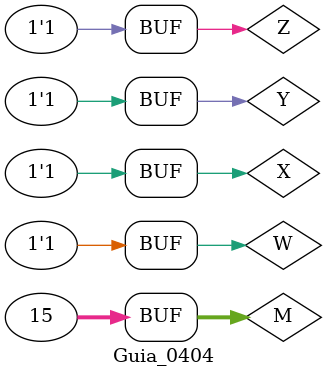
<source format=v>

module PoS (output S, input X, input Y, input W, input Z); // MAXTERMOS
    //  F (X,Y,W,Z) = π M ( 1, 2, 4, 7, 8, 9, 15 ) 
    assign S = (X| Y| W| ~Z) & (X| Y| ~W| Z) & ( X| ~Y| W| Z) & ( X| ~Y| ~W| ~Z) & 
               (~X| Y| W| Z) & ( ~X| Y| W| ~Z) & (~X| ~Y|~W| ~Z);
endmodule // PoS

module Guia_0404;
    reg X, Y, W, Z;
    wire S;
    integer M;

    // instancias
    PoS pos (S, X, Y, W, Z);

    // valores iniciais
    initial begin: start
    X=1'bx; Y=1'bx; W=1'bx; Z=1'bx; M=0; // indefinidos
    end
    // parte principal
    initial begin: main
    // identificacao
    $display("Tabela da Verdade");
    // monitoramento
    $display("M  X  Y  W  Z  = S");
    $monitor("%d %2b %2b %2b %2b = %2b", M, X, Y, W, Z, S);
    // sinalizacao
    #1 M=0; X=0; Y=0; W=0; Z=0;
    #1 M=1; X=0; Y=0; W=0; Z=1;
    #1 M=2; X=0; Y=0; W=1; Z=0;
    #1 M=3; X=0; Y=0; W=1; Z=1;
    #1 M=4; X=0; Y=1; W=0; Z=0;
    #1 M=5; X=0; Y=1; W=0; Z=1; 
    #1 M=6; X=0; Y=1; W=1; Z=0;
    #1 M=7; X=0; Y=1; W=1; Z=1;
    #1 M=8; X=1; Y=0; W=0; Z=0;
    #1 M=9; X=1; Y=0; W=0; Z=1;
    #1 M=10; X=1; Y=0; W=1; Z=0;
    #1 M=11; X=1; Y=0; W=1; Z=1;
    #1 M=12; X=1; Y=1; W=0; Z=0;
    #1 M=13; X=1; Y=1; W=0; Z=1;
    #1 M=14; X=1; Y=1; W=1; Z=0;
    #1 M=15; X=1; Y=1; W=1; Z=1;
    end
endmodule // Guia_0404


/* Registro de Resultados 

04.) Tabela da Verdade
a.) F (X,Y,Z) = π M ( 1, 2, 6, 7 )
Saída:  M  X  Y  Z = S
        0  0  0  0 = 1
        1  0  0  1 = 0
        2  0  1  0 = 0
        3  0  1  1 = 1
        4  1  0  0 = 1
        5  1  0  1 = 1
        6  1  1  0 = 0
        7  1  1  1 = 0

b.) F (X,Y,Z) = π M ( 0, 3, 4, 7 )
Saída:  M  X  Y  Z =  S
        0  0  0  0 =  0
        1  0  0  1 =  1
        2  0  1  0 =  1
        3  0  1  1 =  0
        4  1  0  0 =  0
        5  1  0  1 =  1
        6  1  1  0 =  1
        7  1  1  1 =  0

c.)  F (X,Y,W,Z) = π M ( 0, 1, 2, 4, 6, 8, 11, 12 ) 
Saída:    M  X  Y  W  Z =  S
          0  0  0  0  0 =  0
          1  0  0  0  1 =  0
          2  0  0  1  0 =  0
          3  0  0  1  1 =  1
          4  0  1  0  0 =  0
          5  0  1  0  1 =  1
          6  0  1  1  0 =  0
          7  0  1  1  1 =  1
          8  1  0  0  0 =  0
          9  1  0  0  1 =  1
         10  1  0  1  0 =  1
         11  1  0  1  1 =  0
         12  1  1  0  0 =  0
         13  1  1  0  1 =  1
         14  1  1  1  0 =  1
         15  1  1  1  1 =  1

d.) F (X,Y,W,Z) = π M ( 1, 2, 4, 7, 8, 9, 15 ) 
Saída:   M  X  Y  W  Z =  S
         0  0  0  0  0 =  1
         1  0  0  0  1 =  0
         2  0  0  1  0 =  0
         3  0  0  1  1 =  1
         4  0  1  0  0 =  0
         5  0  1  0  1 =  1
         6  0  1  1  0 =  1
         7  0  1  1  1 =  0
         8  1  0  0  0 =  0
         9  1  0  0  1 =  0
        10  1  0  1  0 =  1
        11  1  0  1  1 =  1
        12  1  1  0  0 =  1
        13  1  1  0  1 =  1
        14  1  1  1  0 =  1
        15  1  1  1  1 =  0

e.) F (X,Y,W,Z) = π M ( 0, 1, 2, 4, 5, 10, 13 )
Saída:    M  X  Y  W  Z =  S
          0  0  0  0  0 =  0
          1  0  0  0  1 =  0
          2  0  0  1  0 =  0
          3  0  0  1  1 =  1
          4  0  1  0  0 =  0
          5  0  1  0  1 =  0
          6  0  1  1  0 =  1
          7  0  1  1  1 =  1
          8  1  0  0  0 =  1
          9  1  0  0  1 =  1
         10  1  0  1  0 =  0
         11  1  0  1  1 =  1
         12  1  1  0  0 =  1
         13  1  1  0  1 =  0
         14  1  1  1  0 =  1
         15  1  1  1  1 =  1
*/
</source>
